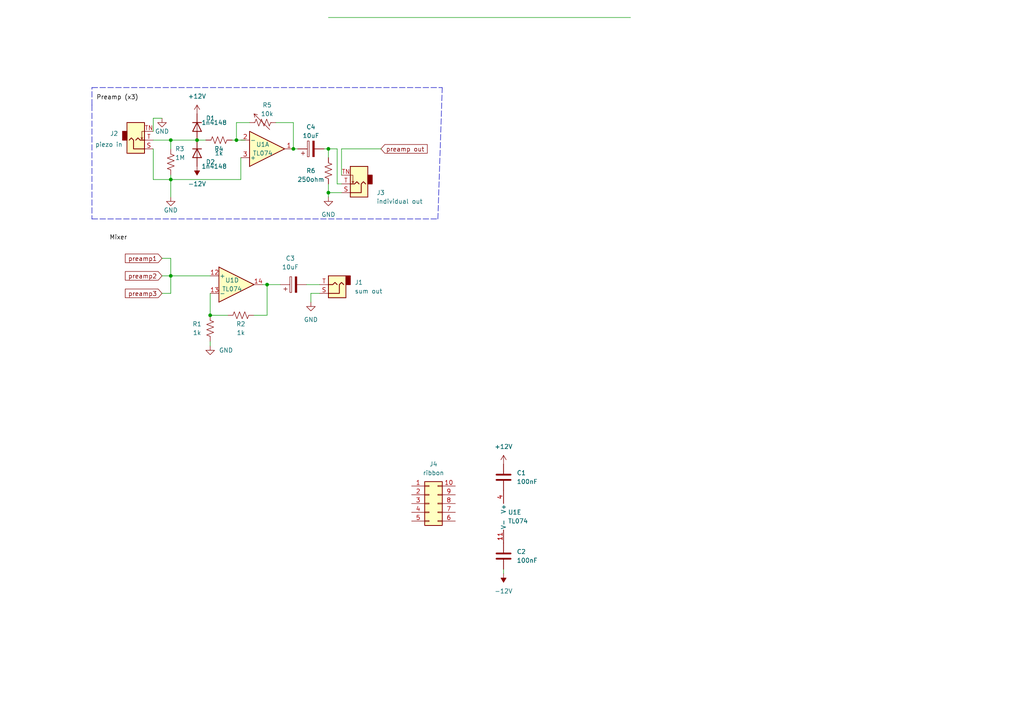
<source format=kicad_sch>
(kicad_sch (version 20211123) (generator eeschema)
  (paper "A4")
  (lib_symbols
    (symbol "Amplifier_Operational:TL074" (pin_names (offset 0.127))
      (property "Reference" "U" (at 0 5.08 0))
      (property "Value" "TL074" (at 0 -5.08 0))
      (symbol "TL074_1_1"
        (polyline (pts (xy -5.08 5.08) (xy 5.08 0) (xy -5.08 -5.08) (xy -5.08 5.08)) (stroke (width 0.254)) (fill (type background)))
        (pin output line (at 7.62 0 180) (length 2.54) (name "~") (number "1"))
        (pin input line (at -7.62 -2.54 0) (length 2.54) (name "-") (number "2"))
        (pin input line (at -7.62 2.54 0) (length 2.54) (name "+") (number "3"))
      )
      (symbol "TL074_2_1"
        (polyline (pts (xy -5.08 5.08) (xy 5.08 0) (xy -5.08 -5.08) (xy -5.08 5.08)) (stroke (width 0.254)) (fill (type background)))
        (pin input line (at -7.62 2.54 0) (length 2.54) (name "+") (number "5"))
        (pin input line (at -7.62 -2.54 0) (length 2.54) (name "-") (number "6"))
        (pin output line (at 7.62 0 180) (length 2.54) (name "~") (number "7"))
      )
      (symbol "TL074_3_1"
        (polyline (pts (xy -5.08 5.08) (xy 5.08 0) (xy -5.08 -5.08) (xy -5.08 5.08)) (stroke (width 0.254)) (fill (type background)))
        (pin input line (at -7.62 2.54 0) (length 2.54) (name "+") (number "10"))
        (pin output line (at 7.62 0 180) (length 2.54) (name "~") (number "8"))
        (pin input line (at -7.62 -2.54 0) (length 2.54) (name "-") (number "9"))
      )
      (symbol "TL074_4_1"
        (polyline (pts (xy -5.08 5.08) (xy 5.08 0) (xy -5.08 -5.08) (xy -5.08 5.08)) (stroke (width 0.254)) (fill (type background)))
        (pin input line (at -7.62 2.54 0) (length 2.54) (name "+") (number "12"))
        (pin input line (at -7.62 -2.54 0) (length 2.54) (name "-") (number "13"))
        (pin output line (at 7.62 0 180) (length 2.54) (name "~") (number "14"))
      )
      (symbol "TL074_5_1"
        (pin power_in line (at -2.54 -7.62 90) (length 3.81) (name "V-") (number "11"))
        (pin power_in line (at -2.54 7.62 270) (length 3.81) (name "V+") (number "4"))
      )
    )
    (symbol "Connector:AudioJack2"
      (property "Reference" "J" (at 0 8.89 0))
      (property "Value" "AudioJack2" (at 0 6.35 0))
      (symbol "AudioJack2_0_1"
        (rectangle (start -3.81 0) (end -2.54 -2.54) (stroke (width 0.254)) (fill (type outline)))
        (rectangle (start -2.54 3.81) (end 2.54 -2.54) (stroke (width 0.254)) (fill (type background)))
        (polyline (pts (xy 0 0) (xy 0.635 -0.635) (xy 1.27 0) (xy 2.54 0)) (stroke (width 0.254)))
        (polyline (pts (xy 2.54 2.54) (xy -0.635 2.54) (xy -0.635 0) (xy -1.27 -0.635) (xy -1.905 0)) (stroke (width 0.254)))
      )
      (symbol "AudioJack2_1_1"
        (pin passive line (at 5.08 2.54 180) (length 2.54) (name "~") (number "S"))
        (pin passive line (at 5.08 0 180) (length 2.54) (name "~") (number "T"))
      )
    )
    (symbol "Connector:AudioJack2_SwitchT"
      (property "Reference" "J" (at 0 8.89 0))
      (property "Value" "AudioJack2_SwitchT" (at 0 6.35 0))
      (symbol "AudioJack2_SwitchT_0_1"
        (rectangle (start -2.54 0) (end -3.81 -2.54) (stroke (width 0.254)) (fill (type outline)))
        (polyline (pts (xy 1.778 -0.254) (xy 2.032 -0.762)))
        (polyline (pts (xy 0 0) (xy 0.635 -0.635) (xy 1.27 0) (xy 2.54 0)) (stroke (width 0.254)))
        (polyline (pts (xy 2.54 -2.54) (xy 1.778 -2.54) (xy 1.778 -0.254) (xy 1.524 -0.762)))
        (polyline (pts (xy 2.54 2.54) (xy -0.635 2.54) (xy -0.635 0) (xy -1.27 -0.635) (xy -1.905 0)) (stroke (width 0.254)))
        (rectangle (start 2.54 3.81) (end -2.54 -5.08) (stroke (width 0.254)) (fill (type background)))
      )
      (symbol "AudioJack2_SwitchT_1_1"
        (pin passive line (at 5.08 2.54 180) (length 2.54) (name "~") (number "S"))
        (pin passive line (at 5.08 0 180) (length 2.54) (name "~") (number "T"))
        (pin passive line (at 5.08 -2.54 180) (length 2.54) (name "~") (number "TN"))
      )
    )
    (symbol "Connector_Generic:Conn_02x05_Counter_Clockwise" (pin_names (offset 1.016) hide)
      (property "Reference" "J" (at 1.27 7.62 0))
      (property "Value" "Conn_02x05_Counter_Clockwise" (at 1.27 -7.62 0))
      (symbol "Conn_02x05_Counter_Clockwise_1_1"
        (rectangle (start -1.27 -4.953) (end 0 -5.207) (stroke (width 0.1524)))
        (rectangle (start -1.27 -2.413) (end 0 -2.667) (stroke (width 0.1524)))
        (rectangle (start -1.27 0.127) (end 0 -0.127) (stroke (width 0.1524)))
        (rectangle (start -1.27 2.667) (end 0 2.413) (stroke (width 0.1524)))
        (rectangle (start -1.27 5.207) (end 0 4.953) (stroke (width 0.1524)))
        (rectangle (start -1.27 6.35) (end 3.81 -6.35) (stroke (width 0.254)) (fill (type background)))
        (rectangle (start 3.81 -4.953) (end 2.54 -5.207) (stroke (width 0.1524)))
        (rectangle (start 3.81 -2.413) (end 2.54 -2.667) (stroke (width 0.1524)))
        (rectangle (start 3.81 0.127) (end 2.54 -0.127) (stroke (width 0.1524)))
        (rectangle (start 3.81 2.667) (end 2.54 2.413) (stroke (width 0.1524)))
        (rectangle (start 3.81 5.207) (end 2.54 4.953) (stroke (width 0.1524)))
        (pin passive line (at -5.08 5.08 0) (length 3.81) (name "Pin_1") (number "1"))
        (pin passive line (at 7.62 5.08 180) (length 3.81) (name "Pin_10") (number "10"))
        (pin passive line (at -5.08 2.54 0) (length 3.81) (name "Pin_2") (number "2"))
        (pin passive line (at -5.08 0 0) (length 3.81) (name "Pin_3") (number "3"))
        (pin passive line (at -5.08 -2.54 0) (length 3.81) (name "Pin_4") (number "4"))
        (pin passive line (at -5.08 -5.08 0) (length 3.81) (name "Pin_5") (number "5"))
        (pin passive line (at 7.62 -5.08 180) (length 3.81) (name "Pin_6") (number "6"))
        (pin passive line (at 7.62 -2.54 180) (length 3.81) (name "Pin_7") (number "7"))
        (pin passive line (at 7.62 0 180) (length 3.81) (name "Pin_8") (number "8"))
        (pin passive line (at 7.62 2.54 180) (length 3.81) (name "Pin_9") (number "9"))
      )
    )
    (symbol "Device:C" (pin_numbers hide) (pin_names (offset 0.254))
      (property "Reference" "C" (at 0.635 2.54 0))
      (property "Value" "C" (at 0.635 -2.54 0))
      (symbol "C_0_1"
        (polyline (pts (xy -2.032 -0.762) (xy 2.032 -0.762)) (stroke (width 0.508)))
        (polyline (pts (xy -2.032 0.762) (xy 2.032 0.762)) (stroke (width 0.508)))
      )
      (symbol "C_1_1"
        (pin passive line (at 0 3.81 270) (length 2.794) (name "~") (number "1"))
        (pin passive line (at 0 -3.81 90) (length 2.794) (name "~") (number "2"))
      )
    )
    (symbol "Device:C_Polarized" (pin_numbers hide) (pin_names (offset 0.254))
      (property "Reference" "C" (at 0.635 2.54 0))
      (property "Value" "C_Polarized" (at 0.635 -2.54 0))
      (symbol "C_Polarized_0_1"
        (rectangle (start -2.286 0.508) (end 2.286 1.016))
        (polyline (pts (xy -1.778 2.286) (xy -0.762 2.286)))
        (polyline (pts (xy -1.27 2.794) (xy -1.27 1.778)))
        (rectangle (start 2.286 -0.508) (end -2.286 -1.016) (fill (type outline)))
      )
      (symbol "C_Polarized_1_1"
        (pin passive line (at 0 3.81 270) (length 2.794) (name "~") (number "1"))
        (pin passive line (at 0 -3.81 90) (length 2.794) (name "~") (number "2"))
      )
    )
    (symbol "Device:D" (pin_numbers hide) (pin_names (offset 1.016) hide)
      (property "Reference" "D" (at 0 2.54 0))
      (property "Value" "D" (at 0 -2.54 0))
      (symbol "D_0_1"
        (polyline (pts (xy -1.27 1.27) (xy -1.27 -1.27)) (stroke (width 0.254)))
        (polyline (pts (xy 1.27 0) (xy -1.27 0)))
        (polyline (pts (xy 1.27 1.27) (xy 1.27 -1.27) (xy -1.27 0) (xy 1.27 1.27)) (stroke (width 0.254)))
      )
      (symbol "D_1_1"
        (pin passive line (at -3.81 0 0) (length 2.54) (name "K") (number "1"))
        (pin passive line (at 3.81 0 180) (length 2.54) (name "A") (number "2"))
      )
    )
    (symbol "Device:R_US" (pin_numbers hide) (pin_names (offset 0))
      (property "Reference" "R" (at 2.54 0 90))
      (property "Value" "R_US" (at -2.54 0 90))
      (symbol "R_US_0_1"
        (polyline (pts (xy 0 -2.286) (xy 0 -2.54)))
        (polyline (pts (xy 0 2.286) (xy 0 2.54)))
        (polyline (pts (xy 0 -0.762) (xy 1.016 -1.143) (xy 0 -1.524) (xy -1.016 -1.905) (xy 0 -2.286)))
        (polyline (pts (xy 0 0.762) (xy 1.016 0.381) (xy 0 0) (xy -1.016 -0.381) (xy 0 -0.762)))
        (polyline (pts (xy 0 2.286) (xy 1.016 1.905) (xy 0 1.524) (xy -1.016 1.143) (xy 0 0.762)))
      )
      (symbol "R_US_1_1"
        (pin passive line (at 0 3.81 270) (length 1.27) (name "~") (number "1"))
        (pin passive line (at 0 -3.81 90) (length 1.27) (name "~") (number "2"))
      )
    )
    (symbol "Device:R_Variable_US" (pin_numbers hide) (pin_names (offset 0))
      (property "Reference" "R" (at 2.54 -2.54 90))
      (property "Value" "R_Variable_US" (at -2.54 -1.27 90))
      (symbol "R_Variable_US_0_1"
        (polyline (pts (xy 0 -2.286) (xy 0 -2.54)))
        (polyline (pts (xy 0 2.286) (xy 0 2.54)))
        (polyline (pts (xy 0 -0.762) (xy 1.016 -1.143) (xy 0 -1.524) (xy -1.016 -1.905) (xy 0 -2.286)))
        (polyline (pts (xy 0 0.762) (xy 1.016 0.381) (xy 0 0) (xy -1.016 -0.381) (xy 0 -0.762)))
        (polyline (pts (xy 0 2.286) (xy 1.016 1.905) (xy 0 1.524) (xy -1.016 1.143) (xy 0 0.762)) (stroke (width 0.1524)))
        (polyline (pts (xy 2.286 1.524) (xy 2.54 2.54) (xy 1.524 2.286) (xy 2.54 2.54) (xy -2.032 -2.032)) (stroke (width 0.1524)))
      )
      (symbol "R_Variable_US_1_1"
        (pin passive line (at 0 3.81 270) (length 1.27) (name "~") (number "1"))
        (pin passive line (at 0 -3.81 90) (length 1.27) (name "~") (number "2"))
      )
    )
    (symbol "power:+12V" (power) (pin_names (offset 0))
      (property "Value" "+12V" (at 0 3.556 0))
      (symbol "+12V_0_1"
        (polyline (pts (xy -0.762 1.27) (xy 0 2.54)))
        (polyline (pts (xy 0 0) (xy 0 2.54)))
        (polyline (pts (xy 0 2.54) (xy 0.762 1.27)))
      )
      (symbol "+12V_1_1"
        (pin power_in line (at 0 0 90) (length 0) hide (name "+12V") (number "1"))
      )
    )
    (symbol "power:-12V" (power) (pin_names (offset 0))
      (property "Value" "-12V" (at 0 3.81 0))
      (symbol "-12V_0_0"
        (pin power_in line (at 0 0 90) (length 0) hide (name "-12V") (number "1"))
      )
      (symbol "-12V_0_1"
        (polyline (pts (xy 0 0) (xy 0 1.27) (xy 0.762 1.27) (xy 0 2.54) (xy -0.762 1.27) (xy 0 1.27)) (fill (type outline)))
      )
    )
    (symbol "power:GND" (power) (pin_names (offset 0))
      (property "Value" "GND" (at 0 -3.81 0))
      (symbol "GND_0_1"
        (polyline (pts (xy 0 0) (xy 0 -1.27) (xy 1.27 -1.27) (xy 0 -2.54) (xy -1.27 -1.27) (xy 0 -1.27)))
      )
      (symbol "GND_1_1"
        (pin power_in line (at 0 0 270) (length 0) hide (name "GND") (number "1"))
      )
    )
  )
  (junction (at 95.25 43.18))
  (junction (at 77.47 82.55))
  (junction (at 49.53 80.01))
  (junction (at 68.58 40.64))
  (junction (at 95.25 55.88))
  (junction (at 49.53 52.07))
  (junction (at 85.09 43.18))
  (junction (at 57.15 40.64))
  (junction (at 49.53 40.64))
  (junction (at 60.96 91.44))
  (wire (pts (xy 60.96 100.33) (xy 60.96 99.06)))
  (wire (pts (xy 44.45 43.18) (xy 44.45 52.07)))
  (wire (pts (xy 68.58 35.56) (xy 72.39 35.56)))
  (wire (pts (xy 95.25 43.18) (xy 95.25 45.72)))
  (wire (pts (xy 57.15 40.64) (xy 59.69 40.64)))
  (wire (pts (xy 49.53 52.07) (xy 49.53 57.15)))
  (wire (pts (xy 77.47 82.55) (xy 77.47 91.44)))
  (wire (pts (xy 85.09 35.56) (xy 85.09 43.18)))
  (polyline (pts (xy 26.67 30.48) (xy 26.67 25.4)))
  (wire (pts (xy 97.79 43.18) (xy 97.79 53.34)))
  (wire (pts (xy 86.36 43.18) (xy 85.09 43.18)))
  (wire (pts (xy 77.47 82.55) (xy 81.28 82.55)))
  (wire (pts (xy 49.53 80.01) (xy 60.96 80.01)))
  (wire (pts (xy 99.06 43.18) (xy 110.49 43.18)))
  (wire (pts (xy 95.25 57.15) (xy 95.25 55.88)))
  (wire (pts (xy 93.98 43.18) (xy 95.25 43.18)))
  (wire (pts (xy 44.45 40.64) (xy 49.53 40.64)))
  (wire (pts (xy 97.79 53.34) (xy 99.06 53.34)))
  (polyline (pts (xy 26.67 30.48) (xy 26.67 63.5)))
  (wire (pts (xy 49.53 74.93) (xy 49.53 80.01)))
  (wire (pts (xy 92.71 82.55) (xy 88.9 82.55)))
  (wire (pts (xy 90.17 87.63) (xy 90.17 85.09)))
  (wire (pts (xy 68.58 40.64) (xy 71.12 40.64)))
  (wire (pts (xy 68.58 40.64) (xy 68.58 35.56)))
  (polyline (pts (xy 26.67 63.5) (xy 127 63.5)))
  (wire (pts (xy 69.85 45.72) (xy 69.85 52.07)))
  (wire (pts (xy 46.99 74.93) (xy 49.53 74.93)))
  (wire (pts (xy 60.96 85.09) (xy 60.96 91.44)))
  (wire (pts (xy 49.53 50.8) (xy 49.53 52.07)))
  (wire (pts (xy 73.66 91.44) (xy 77.47 91.44)))
  (wire (pts (xy 60.96 91.44) (xy 66.04 91.44)))
  (polyline (pts (xy 127 63.5) (xy 128.27 25.4)))
  (wire (pts (xy 49.53 52.07) (xy 69.85 52.07)))
  (wire (pts (xy 90.17 85.09) (xy 92.71 85.09)))
  (wire (pts (xy 146.05 165.1) (xy 146.05 166.37)))
  (wire (pts (xy 99.06 50.8) (xy 99.06 43.18)))
  (wire (pts (xy 49.53 40.64) (xy 57.15 40.64)))
  (wire (pts (xy 182.88 5.08) (xy 95.25 5.08)))
  (polyline (pts (xy 26.67 25.4) (xy 128.27 25.4)))
  (wire (pts (xy 67.31 40.64) (xy 68.58 40.64)))
  (wire (pts (xy 97.79 43.18) (xy 95.25 43.18)))
  (wire (pts (xy 76.2 82.55) (xy 77.47 82.55)))
  (wire (pts (xy 95.25 53.34) (xy 95.25 55.88)))
  (wire (pts (xy 80.01 35.56) (xy 85.09 35.56)))
  (wire (pts (xy 44.45 34.29) (xy 44.45 38.1)))
  (wire (pts (xy 44.45 34.29) (xy 46.99 34.29)))
  (wire (pts (xy 46.99 85.09) (xy 49.53 85.09)))
  (wire (pts (xy 49.53 40.64) (xy 49.53 43.18)))
  (wire (pts (xy 95.25 55.88) (xy 99.06 55.88)))
  (wire (pts (xy 44.45 52.07) (xy 49.53 52.07)))
  (wire (pts (xy 46.99 80.01) (xy 49.53 80.01)))
  (wire (pts (xy 49.53 80.01) (xy 49.53 85.09)))
  (label "Preamp (x3)" (at 27.94 29.21 0))
  (label "Mixer" (at 31.75 69.85 0))
  (global_label "preamp2" (shape input) (at 46.99 80.01 180) (property "Intersheet References" "${INTERSHEET_REFS}" (effects hide)))
  (global_label "preamp3" (shape input) (at 46.99 85.09 180) (property "Intersheet References" "${INTERSHEET_REFS}" (effects hide)))
  (global_label "preamp out" (shape input) (at 110.49 43.18 0) (property "Intersheet References" "${INTERSHEET_REFS}" (effects hide)))
  (global_label "preamp1" (shape input) (at 46.99 74.93 180) (property "Intersheet References" "${INTERSHEET_REFS}" (effects hide)))
  (symbol (lib_id "Amplifier_Operational:TL074") (at 77.47 43.18 0) (mirror x) (unit 1)
    (property "Reference" "U1" (at 76.2 41.91 0))
    (property "Value" "TL074" (at 76.2 44.45 0))
    (property "Footprint" "Package_DIP:DIP-14_W7.62mm" (effects hide))
    (property "Datasheet" "http://www.ti.com/lit/ds/symlink/tl071.pdf" (effects hide))
  )
  (symbol (lib_id "Device:D") (at 57.15 36.83 270) (unit 1)
    (property "Reference" "D1" (at 59.69 34.29 90) (effects (justify left)))
    (property "Value" "1n4148" (at 58.42 35.56 90) (effects (justify left)))
    (property "Footprint" "Diode_THT:D_5W_P10.16mm_Horizontal" (effects hide))
  )
  (symbol (lib_id "Device:R_US") (at 49.53 46.99 0) (unit 1)
    (property "Reference" "R3" (at 50.8 43.18 0) (effects (justify left)))
    (property "Value" "1M" (at 50.8 45.72 0) (effects (justify left)))
    (property "Footprint" "Resistor_THT:R_Axial_DIN0207_L6.3mm_D2.5mm_P7.62mm_Horizontal" (effects hide))
  )
  (symbol (lib_id "Device:C_Polarized") (at 90.17 43.18 90) (unit 1)
    (property "Reference" "C4" (at 90.17 36.83 90))
    (property "Value" "10uF" (at 90.17 39.37 90))
    (property "Footprint" "Capacitor_THT:CP_Radial_D8.0mm_P5.00mm" (effects hide))
  )
  (symbol (lib_id "Connector:AudioJack2") (at 97.79 82.55 180) (unit 1)
    (property "Reference" "J1" (at 102.87 81.9149 0) (effects (justify right)))
    (property "Value" "sum out" (at 102.87 84.4549 0) (effects (justify right)))
    (property "Footprint" "Connector_Audio:Jack_3.5mm_QingPu_WQP-PJ398SM_Vertical_CircularHoles" (effects hide))
  )
  (symbol (lib_id "Device:R_Variable_US") (at 76.2 35.56 90) (unit 1)
    (property "Reference" "R5" (at 77.47 30.48 90))
    (property "Value" "10k" (at 77.47 33.02 90))
    (property "Footprint" "Potentiometer_THT:Potentiometer_Alps_RK09K_Single_Vertical" (effects hide))
  )
  (symbol (lib_id "Amplifier_Operational:TL074") (at 68.58 82.55 0) (unit 4)
    (property "Reference" "U1" (at 67.31 81.28 0))
    (property "Value" "TL074" (at 67.31 83.82 0))
    (property "Footprint" "Package_DIP:DIP-14_W7.62mm" (effects hide))
    (property "Datasheet" "http://www.ti.com/lit/ds/symlink/tl071.pdf" (effects hide))
  )
  (symbol (lib_id "Device:R_US") (at 60.96 95.25 0) (unit 1)
    (property "Reference" "R1" (at 57.15 93.98 0))
    (property "Value" "1k" (at 57.15 96.52 0))
    (property "Footprint" "Resistor_THT:R_Axial_DIN0207_L6.3mm_D2.5mm_P7.62mm_Horizontal" (effects hide))
  )
  (symbol (lib_id "Device:C") (at 146.05 161.29 0) (unit 1)
    (property "Reference" "C2" (at 149.86 160.0199 0) (effects (justify left)))
    (property "Value" "100nF" (at 149.86 162.5599 0) (effects (justify left)))
    (property "Footprint" "Capacitor_THT:C_Rect_L9.0mm_W2.5mm_P7.50mm_MKT" (effects hide))
  )
  (symbol (lib_id "power:GND") (at 95.25 57.15 0) (unit 1)
    (property "Reference" "#PWR0101" (effects hide))
    (property "Value" "GND" (at 95.25 62.23 0))
  )
  (symbol (lib_id "Device:R_US") (at 63.5 40.64 90) (unit 1)
    (property "Reference" "R4" (at 63.5 43.18 90))
    (property "Value" "1k" (at 63.5 44.45 90))
    (property "Footprint" "Resistor_THT:R_Axial_DIN0207_L6.3mm_D2.5mm_P7.62mm_Horizontal" (effects hide))
  )
  (symbol (lib_id "power:+12V") (at 57.15 33.02 0) (unit 1)
    (property "Reference" "#PWR0102" (effects hide))
    (property "Value" "+12V" (at 57.15 27.94 0))
  )
  (symbol (lib_id "Connector:AudioJack2_SwitchT") (at 39.37 40.64 0) (mirror x) (unit 1)
    (property "Reference" "J2" (at 34.29 38.7349 0) (effects (justify right)))
    (property "Value" "piezo in" (at 35.56 41.91 0) (effects (justify right)))
    (property "Footprint" "Connector_Audio:Jack_3.5mm_QingPu_WQP-PJ398SM_Vertical_CircularHoles" (effects hide))
  )
  (symbol (lib_id "power:GND") (at 90.17 87.63 0) (unit 1)
    (property "Reference" "#PWR0105" (effects hide))
    (property "Value" "GND" (at 90.17 92.71 0))
  )
  (symbol (lib_id "power:GND") (at 49.53 57.15 0) (unit 1)
    (property "Reference" "#PWR0104" (effects hide))
    (property "Value" "GND" (at 49.53 60.96 0))
  )
  (symbol (lib_id "Device:R_US") (at 95.25 49.53 0) (unit 1)
    (property "Reference" "R6" (at 90.17 49.53 0))
    (property "Value" "250ohm" (at 90.17 52.07 0))
    (property "Footprint" "Resistor_THT:R_Axial_DIN0207_L6.3mm_D2.5mm_P7.62mm_Horizontal" (effects hide))
  )
  (symbol (lib_id "Amplifier_Operational:TL074") (at 148.59 149.86 0) (unit 5)
    (property "Reference" "U1" (at 147.32 148.5899 0) (effects (justify left)))
    (property "Value" "TL074" (at 147.32 151.1299 0) (effects (justify left)))
    (property "Footprint" "Package_DIP:DIP-14_W7.62mm" (effects hide))
    (property "Datasheet" "http://www.ti.com/lit/ds/symlink/tl071.pdf" (effects hide))
  )
  (symbol (lib_id "Device:C_Polarized") (at 85.09 82.55 90) (unit 1)
    (property "Reference" "C3" (at 84.201 74.93 90))
    (property "Value" "10uF" (at 84.201 77.47 90))
    (property "Footprint" "Capacitor_THT:CP_Radial_D8.0mm_P5.00mm" (effects hide))
  )
  (symbol (lib_id "Device:C") (at 146.05 138.43 0) (unit 1)
    (property "Reference" "C1" (at 149.86 137.1599 0) (effects (justify left)))
    (property "Value" "100nF" (at 149.86 139.6999 0) (effects (justify left)))
    (property "Footprint" "Capacitor_THT:C_Rect_L9.0mm_W2.5mm_P7.50mm_MKT" (effects hide))
  )
  (symbol (lib_id "power:GND") (at 46.99 34.29 0) (unit 1)
    (property "Reference" "#PWR0103" (effects hide))
    (property "Value" "GND" (at 46.99 38.1 0))
  )
  (symbol (lib_id "power:-12V") (at 57.15 48.26 180) (unit 1)
    (property "Reference" "#PWR0109" (effects hide))
    (property "Value" "-12V" (at 57.15 53.34 0))
  )
  (symbol (lib_id "Device:D") (at 57.15 44.45 270) (unit 1)
    (property "Reference" "D2" (at 59.69 46.99 90) (effects (justify left)))
    (property "Value" "1n4148" (at 58.42 48.26 90) (effects (justify left)))
    (property "Footprint" "Diode_THT:D_5W_P10.16mm_Horizontal" (effects hide))
  )
  (symbol (lib_id "Connector_Generic:Conn_02x05_Counter_Clockwise") (at 124.46 146.05 0) (unit 1)
    (property "Reference" "J4" (at 125.73 134.62 0))
    (property "Value" "ribbon" (at 125.73 137.16 0))
    (property "Footprint" "Connector_JST:JST_PHD_B10B-PHDSS_2x05_P2.00mm_Vertical" (effects hide))
  )
  (symbol (lib_id "Connector:AudioJack2_SwitchT") (at 104.14 53.34 180) (unit 1)
    (property "Reference" "J3" (at 109.22 55.88 0) (effects (justify right)))
    (property "Value" "individual out" (at 109.22 58.42 0) (effects (justify right)))
    (property "Footprint" "Connector_Audio:Jack_3.5mm_QingPu_WQP-PJ398SM_Vertical_CircularHoles" (effects hide))
  )
  (symbol (lib_id "power:GND") (at 60.96 100.33 0) (unit 1)
    (property "Reference" "#PWR0108" (effects hide))
    (property "Value" "GND" (at 63.5 101.5999 0) (effects (justify left)))
  )
  (symbol (lib_id "power:+12V") (at 146.05 134.62 0) (unit 1)
    (property "Reference" "#PWR0106" (effects hide))
    (property "Value" "+12V" (at 146.05 129.54 0))
  )
  (symbol (lib_id "power:-12V") (at 146.05 166.37 180) (unit 1)
    (property "Reference" "#PWR0107" (effects hide))
    (property "Value" "-12V" (at 146.05 171.45 0))
  )
  (symbol (lib_id "Device:R_US") (at 69.85 91.44 90) (unit 1)
    (property "Reference" "R2" (at 69.85 93.98 90))
    (property "Value" "1k" (at 69.85 96.52 90))
    (property "Footprint" "Resistor_THT:R_Axial_DIN0207_L6.3mm_D2.5mm_P7.62mm_Horizontal" (effects hide))
  )
)
</source>
